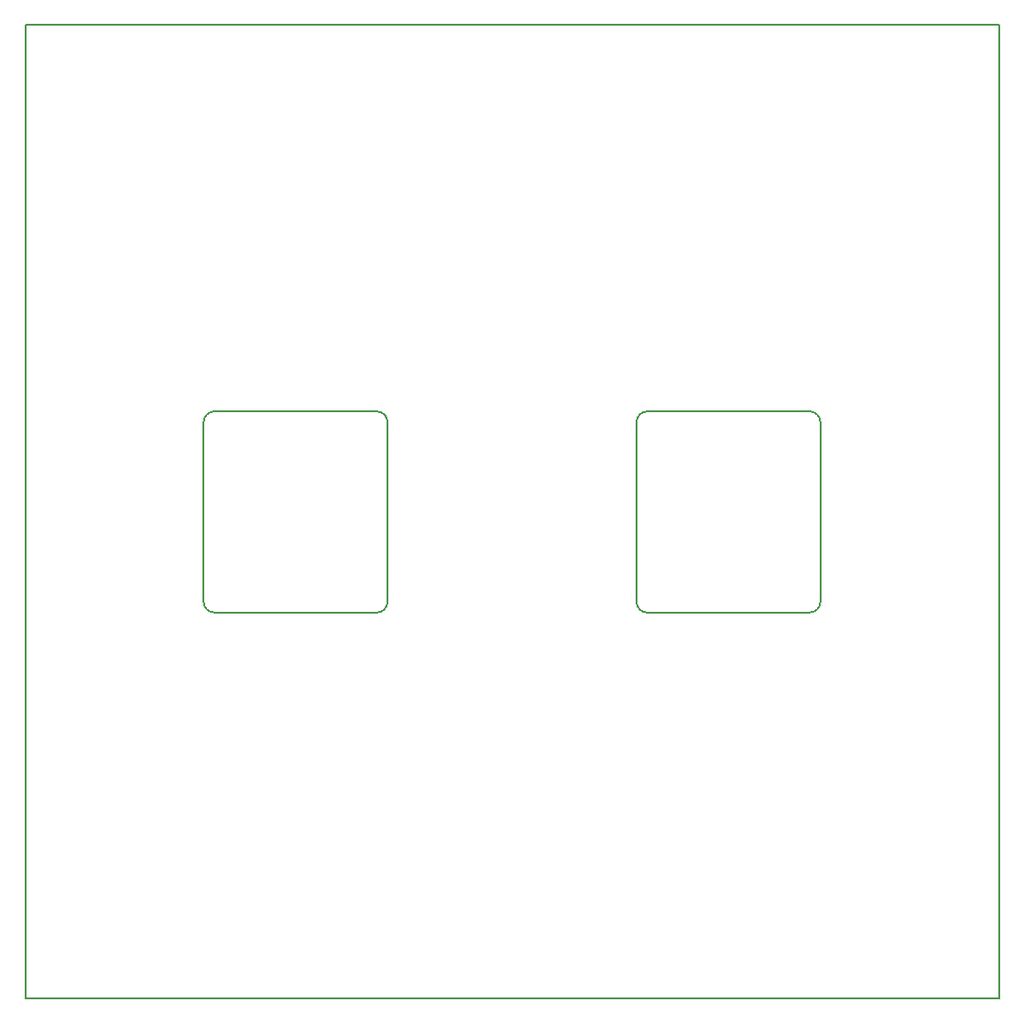
<source format=gbr>
G04 #@! TF.FileFunction,Profile,NP*
%FSLAX46Y46*%
G04 Gerber Fmt 4.6, Leading zero omitted, Abs format (unit mm)*
G04 Created by KiCad (PCBNEW 4.0.7) date 2019 March 19, Tuesday 10:43:39*
%MOMM*%
%LPD*%
G01*
G04 APERTURE LIST*
%ADD10C,0.150000*%
G04 APERTURE END LIST*
D10*
X72500000Y-54300000D02*
G75*
G03X73500000Y-53300000I0J1000000D01*
G01*
X72500000Y-54300000D02*
X57500000Y-54300000D01*
X56500000Y-53300000D02*
G75*
G03X57500000Y-54300000I1000000J0D01*
G01*
X57500000Y-35700000D02*
G75*
G03X56500000Y-36700000I0J-1000000D01*
G01*
X57500000Y-35700000D02*
X72500000Y-35700000D01*
X73500000Y-36700000D02*
G75*
G03X72500000Y-35700000I-1000000J0D01*
G01*
X73500000Y-36700000D02*
X73500000Y-53300000D01*
X56500000Y-53300000D02*
X56500000Y-36700000D01*
X33500000Y-36700000D02*
G75*
G03X32500000Y-35700000I-1000000J0D01*
G01*
X17500000Y-35700000D02*
G75*
G03X16500000Y-36700000I0J-1000000D01*
G01*
X16500000Y-53300000D02*
G75*
G03X17500000Y-54300000I1000000J0D01*
G01*
X32500000Y-54300000D02*
G75*
G03X33500000Y-53300000I0J1000000D01*
G01*
X16500000Y-53300000D02*
X16500000Y-36700000D01*
X32500000Y-54300000D02*
X17500000Y-54300000D01*
X33500000Y-36700000D02*
X33500000Y-53300000D01*
X17500000Y-35700000D02*
X32500000Y-35700000D01*
X0Y-90000000D02*
X0Y0D01*
X90000000Y-90000000D02*
X0Y-90000000D01*
X90000000Y0D02*
X90000000Y-90000000D01*
X0Y0D02*
X90000000Y0D01*
M02*

</source>
